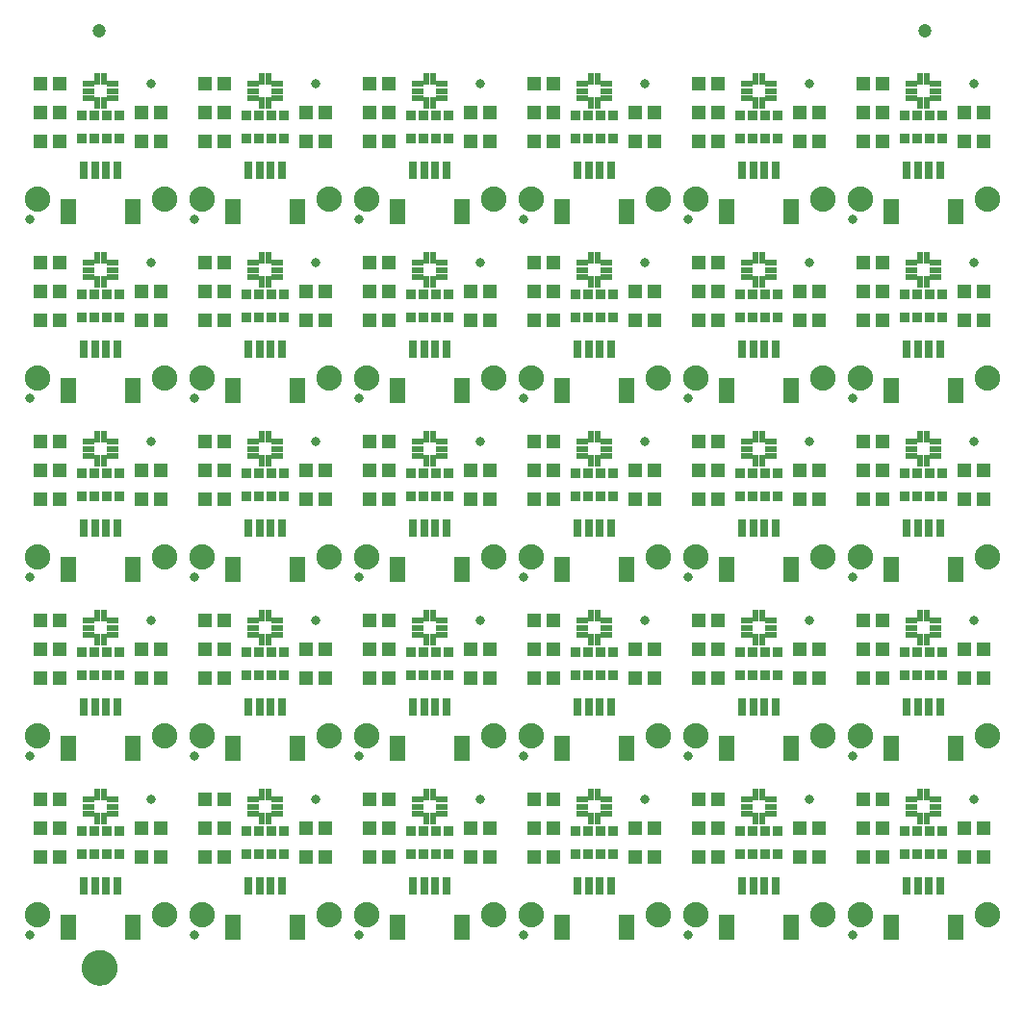
<source format=gts>
G75*
%MOIN*%
%OFA0B0*%
%FSLAX25Y25*%
%IPPOS*%
%LPD*%
%AMOC8*
5,1,8,0,0,1.08239X$1,22.5*
%
%ADD10R,0.05131X0.04737*%
%ADD11R,0.03654X0.03556*%
%ADD12C,0.08800*%
%ADD13R,0.05524X0.08674*%
%ADD14R,0.03162X0.06115*%
%ADD15C,0.03300*%
%ADD16R,0.02178X0.03950*%
%ADD17R,0.03950X0.02178*%
%ADD18C,0.04737*%
%ADD19C,0.05000*%
%ADD20C,0.06706*%
D10*
X0061615Y0078933D03*
X0068308Y0078933D03*
X0068308Y0088933D03*
X0061615Y0088933D03*
X0061615Y0098933D03*
X0068308Y0098933D03*
X0096615Y0088933D03*
X0103308Y0088933D03*
X0103308Y0078933D03*
X0096615Y0078933D03*
X0118615Y0078933D03*
X0125308Y0078933D03*
X0125308Y0088933D03*
X0118615Y0088933D03*
X0118615Y0098933D03*
X0125308Y0098933D03*
X0153615Y0088933D03*
X0160308Y0088933D03*
X0160308Y0078933D03*
X0153615Y0078933D03*
X0175615Y0078933D03*
X0182308Y0078933D03*
X0182308Y0088933D03*
X0175615Y0088933D03*
X0175615Y0098933D03*
X0182308Y0098933D03*
X0210615Y0088933D03*
X0217308Y0088933D03*
X0217308Y0078933D03*
X0210615Y0078933D03*
X0232615Y0078933D03*
X0239308Y0078933D03*
X0239308Y0088933D03*
X0232615Y0088933D03*
X0232615Y0098933D03*
X0239308Y0098933D03*
X0267615Y0088933D03*
X0274308Y0088933D03*
X0274308Y0078933D03*
X0267615Y0078933D03*
X0289615Y0078933D03*
X0296308Y0078933D03*
X0296308Y0088933D03*
X0289615Y0088933D03*
X0289615Y0098933D03*
X0296308Y0098933D03*
X0324615Y0088933D03*
X0331308Y0088933D03*
X0331308Y0078933D03*
X0324615Y0078933D03*
X0346615Y0078933D03*
X0353308Y0078933D03*
X0353308Y0088933D03*
X0346615Y0088933D03*
X0346615Y0098933D03*
X0353308Y0098933D03*
X0381615Y0088933D03*
X0388308Y0088933D03*
X0388308Y0078933D03*
X0381615Y0078933D03*
X0381615Y0140933D03*
X0388308Y0140933D03*
X0388308Y0150933D03*
X0381615Y0150933D03*
X0353308Y0150933D03*
X0346615Y0150933D03*
X0346615Y0140933D03*
X0353308Y0140933D03*
X0353308Y0160933D03*
X0346615Y0160933D03*
X0331308Y0150933D03*
X0324615Y0150933D03*
X0324615Y0140933D03*
X0331308Y0140933D03*
X0296308Y0140933D03*
X0289615Y0140933D03*
X0289615Y0150933D03*
X0296308Y0150933D03*
X0296308Y0160933D03*
X0289615Y0160933D03*
X0274308Y0150933D03*
X0267615Y0150933D03*
X0267615Y0140933D03*
X0274308Y0140933D03*
X0239308Y0140933D03*
X0232615Y0140933D03*
X0232615Y0150933D03*
X0239308Y0150933D03*
X0239308Y0160933D03*
X0232615Y0160933D03*
X0217308Y0150933D03*
X0210615Y0150933D03*
X0210615Y0140933D03*
X0217308Y0140933D03*
X0182308Y0140933D03*
X0175615Y0140933D03*
X0175615Y0150933D03*
X0182308Y0150933D03*
X0182308Y0160933D03*
X0175615Y0160933D03*
X0160308Y0150933D03*
X0153615Y0150933D03*
X0153615Y0140933D03*
X0160308Y0140933D03*
X0125308Y0140933D03*
X0118615Y0140933D03*
X0118615Y0150933D03*
X0125308Y0150933D03*
X0125308Y0160933D03*
X0118615Y0160933D03*
X0103308Y0150933D03*
X0096615Y0150933D03*
X0096615Y0140933D03*
X0103308Y0140933D03*
X0068308Y0140933D03*
X0061615Y0140933D03*
X0061615Y0150933D03*
X0068308Y0150933D03*
X0068308Y0160933D03*
X0061615Y0160933D03*
X0061615Y0202933D03*
X0068308Y0202933D03*
X0068308Y0212933D03*
X0061615Y0212933D03*
X0061615Y0222933D03*
X0068308Y0222933D03*
X0096615Y0212933D03*
X0103308Y0212933D03*
X0103308Y0202933D03*
X0096615Y0202933D03*
X0118615Y0202933D03*
X0125308Y0202933D03*
X0125308Y0212933D03*
X0118615Y0212933D03*
X0118615Y0222933D03*
X0125308Y0222933D03*
X0153615Y0212933D03*
X0160308Y0212933D03*
X0160308Y0202933D03*
X0153615Y0202933D03*
X0175615Y0202933D03*
X0182308Y0202933D03*
X0182308Y0212933D03*
X0175615Y0212933D03*
X0175615Y0222933D03*
X0182308Y0222933D03*
X0210615Y0212933D03*
X0217308Y0212933D03*
X0217308Y0202933D03*
X0210615Y0202933D03*
X0232615Y0202933D03*
X0239308Y0202933D03*
X0239308Y0212933D03*
X0232615Y0212933D03*
X0232615Y0222933D03*
X0239308Y0222933D03*
X0267615Y0212933D03*
X0274308Y0212933D03*
X0274308Y0202933D03*
X0267615Y0202933D03*
X0289615Y0202933D03*
X0296308Y0202933D03*
X0296308Y0212933D03*
X0289615Y0212933D03*
X0289615Y0222933D03*
X0296308Y0222933D03*
X0324615Y0212933D03*
X0331308Y0212933D03*
X0331308Y0202933D03*
X0324615Y0202933D03*
X0346615Y0202933D03*
X0353308Y0202933D03*
X0353308Y0212933D03*
X0346615Y0212933D03*
X0346615Y0222933D03*
X0353308Y0222933D03*
X0381615Y0212933D03*
X0388308Y0212933D03*
X0388308Y0202933D03*
X0381615Y0202933D03*
X0381615Y0264933D03*
X0388308Y0264933D03*
X0388308Y0274933D03*
X0381615Y0274933D03*
X0353308Y0274933D03*
X0346615Y0274933D03*
X0346615Y0264933D03*
X0353308Y0264933D03*
X0353308Y0284933D03*
X0346615Y0284933D03*
X0331308Y0274933D03*
X0324615Y0274933D03*
X0324615Y0264933D03*
X0331308Y0264933D03*
X0296308Y0264933D03*
X0289615Y0264933D03*
X0289615Y0274933D03*
X0296308Y0274933D03*
X0296308Y0284933D03*
X0289615Y0284933D03*
X0274308Y0274933D03*
X0267615Y0274933D03*
X0267615Y0264933D03*
X0274308Y0264933D03*
X0239308Y0264933D03*
X0232615Y0264933D03*
X0232615Y0274933D03*
X0239308Y0274933D03*
X0239308Y0284933D03*
X0232615Y0284933D03*
X0217308Y0274933D03*
X0210615Y0274933D03*
X0210615Y0264933D03*
X0217308Y0264933D03*
X0182308Y0264933D03*
X0175615Y0264933D03*
X0175615Y0274933D03*
X0182308Y0274933D03*
X0182308Y0284933D03*
X0175615Y0284933D03*
X0160308Y0274933D03*
X0153615Y0274933D03*
X0153615Y0264933D03*
X0160308Y0264933D03*
X0125308Y0264933D03*
X0118615Y0264933D03*
X0118615Y0274933D03*
X0125308Y0274933D03*
X0125308Y0284933D03*
X0118615Y0284933D03*
X0103308Y0274933D03*
X0096615Y0274933D03*
X0096615Y0264933D03*
X0103308Y0264933D03*
X0068308Y0264933D03*
X0061615Y0264933D03*
X0061615Y0274933D03*
X0068308Y0274933D03*
X0068308Y0284933D03*
X0061615Y0284933D03*
X0061615Y0326933D03*
X0068308Y0326933D03*
X0068308Y0336933D03*
X0061615Y0336933D03*
X0061615Y0346933D03*
X0068308Y0346933D03*
X0096615Y0336933D03*
X0103308Y0336933D03*
X0103308Y0326933D03*
X0096615Y0326933D03*
X0118615Y0326933D03*
X0125308Y0326933D03*
X0125308Y0336933D03*
X0118615Y0336933D03*
X0118615Y0346933D03*
X0125308Y0346933D03*
X0153615Y0336933D03*
X0160308Y0336933D03*
X0160308Y0326933D03*
X0153615Y0326933D03*
X0175615Y0326933D03*
X0182308Y0326933D03*
X0182308Y0336933D03*
X0175615Y0336933D03*
X0175615Y0346933D03*
X0182308Y0346933D03*
X0210615Y0336933D03*
X0217308Y0336933D03*
X0217308Y0326933D03*
X0210615Y0326933D03*
X0232615Y0326933D03*
X0239308Y0326933D03*
X0239308Y0336933D03*
X0232615Y0336933D03*
X0232615Y0346933D03*
X0239308Y0346933D03*
X0267615Y0336933D03*
X0274308Y0336933D03*
X0274308Y0326933D03*
X0267615Y0326933D03*
X0289615Y0326933D03*
X0296308Y0326933D03*
X0296308Y0336933D03*
X0289615Y0336933D03*
X0289615Y0346933D03*
X0296308Y0346933D03*
X0324615Y0336933D03*
X0331308Y0336933D03*
X0331308Y0326933D03*
X0324615Y0326933D03*
X0346615Y0326933D03*
X0353308Y0326933D03*
X0353308Y0336933D03*
X0346615Y0336933D03*
X0346615Y0346933D03*
X0353308Y0346933D03*
X0381615Y0336933D03*
X0388308Y0336933D03*
X0388308Y0326933D03*
X0381615Y0326933D03*
D11*
X0373810Y0327996D03*
X0369578Y0327996D03*
X0365346Y0327996D03*
X0361113Y0327996D03*
X0361113Y0335870D03*
X0365346Y0335870D03*
X0369578Y0335870D03*
X0373810Y0335870D03*
X0316810Y0335870D03*
X0312578Y0335870D03*
X0308346Y0335870D03*
X0304113Y0335870D03*
X0304113Y0327996D03*
X0308346Y0327996D03*
X0312578Y0327996D03*
X0316810Y0327996D03*
X0259810Y0327996D03*
X0255578Y0327996D03*
X0251346Y0327996D03*
X0247113Y0327996D03*
X0247113Y0335870D03*
X0251346Y0335870D03*
X0255578Y0335870D03*
X0259810Y0335870D03*
X0202810Y0335870D03*
X0198578Y0335870D03*
X0194346Y0335870D03*
X0190113Y0335870D03*
X0190113Y0327996D03*
X0194346Y0327996D03*
X0198578Y0327996D03*
X0202810Y0327996D03*
X0145810Y0327996D03*
X0141578Y0327996D03*
X0137346Y0327996D03*
X0133113Y0327996D03*
X0133113Y0335870D03*
X0137346Y0335870D03*
X0141578Y0335870D03*
X0145810Y0335870D03*
X0088810Y0335870D03*
X0084578Y0335870D03*
X0080346Y0335870D03*
X0076113Y0335870D03*
X0076113Y0327996D03*
X0080346Y0327996D03*
X0084578Y0327996D03*
X0088810Y0327996D03*
X0088810Y0273870D03*
X0084578Y0273870D03*
X0080346Y0273870D03*
X0076113Y0273870D03*
X0076113Y0265996D03*
X0080346Y0265996D03*
X0084578Y0265996D03*
X0088810Y0265996D03*
X0133113Y0265996D03*
X0137346Y0265996D03*
X0141578Y0265996D03*
X0145810Y0265996D03*
X0145810Y0273870D03*
X0141578Y0273870D03*
X0137346Y0273870D03*
X0133113Y0273870D03*
X0190113Y0273870D03*
X0194346Y0273870D03*
X0198578Y0273870D03*
X0202810Y0273870D03*
X0202810Y0265996D03*
X0198578Y0265996D03*
X0194346Y0265996D03*
X0190113Y0265996D03*
X0247113Y0265996D03*
X0251346Y0265996D03*
X0255578Y0265996D03*
X0259810Y0265996D03*
X0259810Y0273870D03*
X0255578Y0273870D03*
X0251346Y0273870D03*
X0247113Y0273870D03*
X0304113Y0273870D03*
X0308346Y0273870D03*
X0312578Y0273870D03*
X0316810Y0273870D03*
X0316810Y0265996D03*
X0312578Y0265996D03*
X0308346Y0265996D03*
X0304113Y0265996D03*
X0361113Y0265996D03*
X0365346Y0265996D03*
X0369578Y0265996D03*
X0373810Y0265996D03*
X0373810Y0273870D03*
X0369578Y0273870D03*
X0365346Y0273870D03*
X0361113Y0273870D03*
X0361113Y0211870D03*
X0365346Y0211870D03*
X0369578Y0211870D03*
X0373810Y0211870D03*
X0373810Y0203996D03*
X0369578Y0203996D03*
X0365346Y0203996D03*
X0361113Y0203996D03*
X0316810Y0203996D03*
X0312578Y0203996D03*
X0308346Y0203996D03*
X0304113Y0203996D03*
X0304113Y0211870D03*
X0308346Y0211870D03*
X0312578Y0211870D03*
X0316810Y0211870D03*
X0259810Y0211870D03*
X0255578Y0211870D03*
X0251346Y0211870D03*
X0247113Y0211870D03*
X0247113Y0203996D03*
X0251346Y0203996D03*
X0255578Y0203996D03*
X0259810Y0203996D03*
X0259810Y0149870D03*
X0255578Y0149870D03*
X0251346Y0149870D03*
X0247113Y0149870D03*
X0247113Y0141996D03*
X0251346Y0141996D03*
X0255578Y0141996D03*
X0259810Y0141996D03*
X0304113Y0141996D03*
X0308346Y0141996D03*
X0312578Y0141996D03*
X0316810Y0141996D03*
X0316810Y0149870D03*
X0312578Y0149870D03*
X0308346Y0149870D03*
X0304113Y0149870D03*
X0361113Y0149870D03*
X0365346Y0149870D03*
X0369578Y0149870D03*
X0373810Y0149870D03*
X0373810Y0141996D03*
X0369578Y0141996D03*
X0365346Y0141996D03*
X0361113Y0141996D03*
X0361113Y0087870D03*
X0365346Y0087870D03*
X0369578Y0087870D03*
X0373810Y0087870D03*
X0373810Y0079996D03*
X0369578Y0079996D03*
X0365346Y0079996D03*
X0361113Y0079996D03*
X0316810Y0079996D03*
X0312578Y0079996D03*
X0308346Y0079996D03*
X0304113Y0079996D03*
X0304113Y0087870D03*
X0308346Y0087870D03*
X0312578Y0087870D03*
X0316810Y0087870D03*
X0259810Y0087870D03*
X0255578Y0087870D03*
X0251346Y0087870D03*
X0247113Y0087870D03*
X0247113Y0079996D03*
X0251346Y0079996D03*
X0255578Y0079996D03*
X0259810Y0079996D03*
X0202810Y0079996D03*
X0198578Y0079996D03*
X0194346Y0079996D03*
X0190113Y0079996D03*
X0190113Y0087870D03*
X0194346Y0087870D03*
X0198578Y0087870D03*
X0202810Y0087870D03*
X0145810Y0087870D03*
X0141578Y0087870D03*
X0137346Y0087870D03*
X0133113Y0087870D03*
X0133113Y0079996D03*
X0137346Y0079996D03*
X0141578Y0079996D03*
X0145810Y0079996D03*
X0088810Y0079996D03*
X0084578Y0079996D03*
X0080346Y0079996D03*
X0076113Y0079996D03*
X0076113Y0087870D03*
X0080346Y0087870D03*
X0084578Y0087870D03*
X0088810Y0087870D03*
X0088810Y0141996D03*
X0084578Y0141996D03*
X0080346Y0141996D03*
X0076113Y0141996D03*
X0076113Y0149870D03*
X0080346Y0149870D03*
X0084578Y0149870D03*
X0088810Y0149870D03*
X0133113Y0149870D03*
X0137346Y0149870D03*
X0141578Y0149870D03*
X0145810Y0149870D03*
X0145810Y0141996D03*
X0141578Y0141996D03*
X0137346Y0141996D03*
X0133113Y0141996D03*
X0190113Y0141996D03*
X0194346Y0141996D03*
X0198578Y0141996D03*
X0202810Y0141996D03*
X0202810Y0149870D03*
X0198578Y0149870D03*
X0194346Y0149870D03*
X0190113Y0149870D03*
X0190113Y0203996D03*
X0194346Y0203996D03*
X0198578Y0203996D03*
X0202810Y0203996D03*
X0202810Y0211870D03*
X0198578Y0211870D03*
X0194346Y0211870D03*
X0190113Y0211870D03*
X0145810Y0211870D03*
X0141578Y0211870D03*
X0137346Y0211870D03*
X0133113Y0211870D03*
X0133113Y0203996D03*
X0137346Y0203996D03*
X0141578Y0203996D03*
X0145810Y0203996D03*
X0088810Y0203996D03*
X0084578Y0203996D03*
X0080346Y0203996D03*
X0076113Y0203996D03*
X0076113Y0211870D03*
X0080346Y0211870D03*
X0084578Y0211870D03*
X0088810Y0211870D03*
D12*
X0104462Y0182933D03*
X0117462Y0182933D03*
X0161462Y0182933D03*
X0174462Y0182933D03*
X0218462Y0182933D03*
X0231462Y0182933D03*
X0275462Y0182933D03*
X0288462Y0182933D03*
X0332462Y0182933D03*
X0345462Y0182933D03*
X0389462Y0182933D03*
X0389462Y0120933D03*
X0345462Y0120933D03*
X0332462Y0120933D03*
X0288462Y0120933D03*
X0275462Y0120933D03*
X0231462Y0120933D03*
X0218462Y0120933D03*
X0174462Y0120933D03*
X0161462Y0120933D03*
X0117462Y0120933D03*
X0104462Y0120933D03*
X0060462Y0120933D03*
X0060462Y0182933D03*
X0060462Y0244933D03*
X0104462Y0244933D03*
X0117462Y0244933D03*
X0161462Y0244933D03*
X0174462Y0244933D03*
X0218462Y0244933D03*
X0231462Y0244933D03*
X0275462Y0244933D03*
X0288462Y0244933D03*
X0332462Y0244933D03*
X0345462Y0244933D03*
X0389462Y0244933D03*
X0389462Y0306933D03*
X0345462Y0306933D03*
X0332462Y0306933D03*
X0288462Y0306933D03*
X0275462Y0306933D03*
X0231462Y0306933D03*
X0218462Y0306933D03*
X0174462Y0306933D03*
X0161462Y0306933D03*
X0117462Y0306933D03*
X0104462Y0306933D03*
X0060462Y0306933D03*
X0060462Y0058933D03*
X0104462Y0058933D03*
X0117462Y0058933D03*
X0161462Y0058933D03*
X0174462Y0058933D03*
X0218462Y0058933D03*
X0231462Y0058933D03*
X0275462Y0058933D03*
X0288462Y0058933D03*
X0332462Y0058933D03*
X0345462Y0058933D03*
X0389462Y0058933D03*
D13*
X0378485Y0054465D03*
X0356438Y0054465D03*
X0321485Y0054465D03*
X0299438Y0054465D03*
X0264485Y0054465D03*
X0242438Y0054465D03*
X0207485Y0054465D03*
X0185438Y0054465D03*
X0150485Y0054465D03*
X0128438Y0054465D03*
X0093485Y0054465D03*
X0071438Y0054465D03*
X0071438Y0116465D03*
X0093485Y0116465D03*
X0128438Y0116465D03*
X0150485Y0116465D03*
X0185438Y0116465D03*
X0207485Y0116465D03*
X0242438Y0116465D03*
X0264485Y0116465D03*
X0299438Y0116465D03*
X0321485Y0116465D03*
X0356438Y0116465D03*
X0378485Y0116465D03*
X0378485Y0178465D03*
X0356438Y0178465D03*
X0321485Y0178465D03*
X0299438Y0178465D03*
X0264485Y0178465D03*
X0242438Y0178465D03*
X0207485Y0178465D03*
X0185438Y0178465D03*
X0150485Y0178465D03*
X0128438Y0178465D03*
X0093485Y0178465D03*
X0071438Y0178465D03*
X0071438Y0240465D03*
X0093485Y0240465D03*
X0128438Y0240465D03*
X0150485Y0240465D03*
X0185438Y0240465D03*
X0207485Y0240465D03*
X0242438Y0240465D03*
X0264485Y0240465D03*
X0299438Y0240465D03*
X0321485Y0240465D03*
X0356438Y0240465D03*
X0378485Y0240465D03*
X0378485Y0302465D03*
X0356438Y0302465D03*
X0321485Y0302465D03*
X0299438Y0302465D03*
X0264485Y0302465D03*
X0242438Y0302465D03*
X0207485Y0302465D03*
X0185438Y0302465D03*
X0150485Y0302465D03*
X0128438Y0302465D03*
X0093485Y0302465D03*
X0071438Y0302465D03*
D14*
X0076556Y0316933D03*
X0080493Y0316933D03*
X0084430Y0316933D03*
X0088367Y0316933D03*
X0133556Y0316933D03*
X0137493Y0316933D03*
X0141430Y0316933D03*
X0145367Y0316933D03*
X0190556Y0316933D03*
X0194493Y0316933D03*
X0198430Y0316933D03*
X0202367Y0316933D03*
X0247556Y0316933D03*
X0251493Y0316933D03*
X0255430Y0316933D03*
X0259367Y0316933D03*
X0304556Y0316933D03*
X0308493Y0316933D03*
X0312430Y0316933D03*
X0316367Y0316933D03*
X0361556Y0316933D03*
X0365493Y0316933D03*
X0369430Y0316933D03*
X0373367Y0316933D03*
X0373367Y0254933D03*
X0369430Y0254933D03*
X0365493Y0254933D03*
X0361556Y0254933D03*
X0316367Y0254933D03*
X0312430Y0254933D03*
X0308493Y0254933D03*
X0304556Y0254933D03*
X0259367Y0254933D03*
X0255430Y0254933D03*
X0251493Y0254933D03*
X0247556Y0254933D03*
X0202367Y0254933D03*
X0198430Y0254933D03*
X0194493Y0254933D03*
X0190556Y0254933D03*
X0145367Y0254933D03*
X0141430Y0254933D03*
X0137493Y0254933D03*
X0133556Y0254933D03*
X0088367Y0254933D03*
X0084430Y0254933D03*
X0080493Y0254933D03*
X0076556Y0254933D03*
X0076556Y0192933D03*
X0080493Y0192933D03*
X0084430Y0192933D03*
X0088367Y0192933D03*
X0133556Y0192933D03*
X0137493Y0192933D03*
X0141430Y0192933D03*
X0145367Y0192933D03*
X0190556Y0192933D03*
X0194493Y0192933D03*
X0198430Y0192933D03*
X0202367Y0192933D03*
X0247556Y0192933D03*
X0251493Y0192933D03*
X0255430Y0192933D03*
X0259367Y0192933D03*
X0304556Y0192933D03*
X0308493Y0192933D03*
X0312430Y0192933D03*
X0316367Y0192933D03*
X0361556Y0192933D03*
X0365493Y0192933D03*
X0369430Y0192933D03*
X0373367Y0192933D03*
X0373367Y0130933D03*
X0369430Y0130933D03*
X0365493Y0130933D03*
X0361556Y0130933D03*
X0316367Y0130933D03*
X0312430Y0130933D03*
X0308493Y0130933D03*
X0304556Y0130933D03*
X0259367Y0130933D03*
X0255430Y0130933D03*
X0251493Y0130933D03*
X0247556Y0130933D03*
X0202367Y0130933D03*
X0198430Y0130933D03*
X0194493Y0130933D03*
X0190556Y0130933D03*
X0145367Y0130933D03*
X0141430Y0130933D03*
X0137493Y0130933D03*
X0133556Y0130933D03*
X0088367Y0130933D03*
X0084430Y0130933D03*
X0080493Y0130933D03*
X0076556Y0130933D03*
X0076556Y0068933D03*
X0080493Y0068933D03*
X0084430Y0068933D03*
X0088367Y0068933D03*
X0133556Y0068933D03*
X0137493Y0068933D03*
X0141430Y0068933D03*
X0145367Y0068933D03*
X0190556Y0068933D03*
X0194493Y0068933D03*
X0198430Y0068933D03*
X0202367Y0068933D03*
X0247556Y0068933D03*
X0251493Y0068933D03*
X0255430Y0068933D03*
X0259367Y0068933D03*
X0304556Y0068933D03*
X0308493Y0068933D03*
X0312430Y0068933D03*
X0316367Y0068933D03*
X0361556Y0068933D03*
X0365493Y0068933D03*
X0369430Y0068933D03*
X0373367Y0068933D03*
D15*
X0057962Y0051933D03*
X0099962Y0098933D03*
X0114962Y0113933D03*
X0156962Y0098933D03*
X0171962Y0113933D03*
X0213962Y0098933D03*
X0228962Y0113933D03*
X0270962Y0098933D03*
X0285962Y0113933D03*
X0327962Y0098933D03*
X0342962Y0113933D03*
X0384962Y0098933D03*
X0342962Y0051933D03*
X0285962Y0051933D03*
X0228962Y0051933D03*
X0171962Y0051933D03*
X0114962Y0051933D03*
X0057962Y0113933D03*
X0099962Y0160933D03*
X0114962Y0175933D03*
X0156962Y0160933D03*
X0171962Y0175933D03*
X0213962Y0160933D03*
X0228962Y0175933D03*
X0270962Y0160933D03*
X0285962Y0175933D03*
X0327962Y0160933D03*
X0342962Y0175933D03*
X0384962Y0160933D03*
X0384962Y0222933D03*
X0342962Y0237933D03*
X0327962Y0222933D03*
X0285962Y0237933D03*
X0270962Y0222933D03*
X0228962Y0237933D03*
X0213962Y0222933D03*
X0171962Y0237933D03*
X0156962Y0222933D03*
X0114962Y0237933D03*
X0099962Y0222933D03*
X0057962Y0237933D03*
X0099962Y0284933D03*
X0114962Y0299933D03*
X0156962Y0284933D03*
X0171962Y0299933D03*
X0213962Y0284933D03*
X0228962Y0299933D03*
X0270962Y0284933D03*
X0285962Y0299933D03*
X0327962Y0284933D03*
X0342962Y0299933D03*
X0384962Y0284933D03*
X0384962Y0346933D03*
X0327962Y0346933D03*
X0270962Y0346933D03*
X0213962Y0346933D03*
X0156962Y0346933D03*
X0099962Y0346933D03*
X0057962Y0299933D03*
X0057962Y0175933D03*
D16*
X0081281Y0162567D03*
X0083643Y0162567D03*
X0083643Y0154299D03*
X0081281Y0154299D03*
X0138281Y0154299D03*
X0140643Y0154299D03*
X0140643Y0162567D03*
X0138281Y0162567D03*
X0138281Y0216299D03*
X0140643Y0216299D03*
X0140643Y0224567D03*
X0138281Y0224567D03*
X0083643Y0224567D03*
X0081281Y0224567D03*
X0081281Y0216299D03*
X0083643Y0216299D03*
X0083643Y0278299D03*
X0081281Y0278299D03*
X0081281Y0286567D03*
X0083643Y0286567D03*
X0138281Y0286567D03*
X0140643Y0286567D03*
X0140643Y0278299D03*
X0138281Y0278299D03*
X0195281Y0278299D03*
X0197643Y0278299D03*
X0197643Y0286567D03*
X0195281Y0286567D03*
X0252281Y0286567D03*
X0254643Y0286567D03*
X0254643Y0278299D03*
X0252281Y0278299D03*
X0309281Y0278299D03*
X0311643Y0278299D03*
X0311643Y0286567D03*
X0309281Y0286567D03*
X0366281Y0286567D03*
X0368643Y0286567D03*
X0368643Y0278299D03*
X0366281Y0278299D03*
X0366281Y0224567D03*
X0368643Y0224567D03*
X0368643Y0216299D03*
X0366281Y0216299D03*
X0311643Y0216299D03*
X0309281Y0216299D03*
X0309281Y0224567D03*
X0311643Y0224567D03*
X0254643Y0224567D03*
X0252281Y0224567D03*
X0252281Y0216299D03*
X0254643Y0216299D03*
X0254643Y0162567D03*
X0252281Y0162567D03*
X0252281Y0154299D03*
X0254643Y0154299D03*
X0309281Y0154299D03*
X0311643Y0154299D03*
X0311643Y0162567D03*
X0309281Y0162567D03*
X0366281Y0162567D03*
X0368643Y0162567D03*
X0368643Y0154299D03*
X0366281Y0154299D03*
X0366281Y0100567D03*
X0368643Y0100567D03*
X0368643Y0092299D03*
X0366281Y0092299D03*
X0311643Y0092299D03*
X0309281Y0092299D03*
X0309281Y0100567D03*
X0311643Y0100567D03*
X0254643Y0100567D03*
X0252281Y0100567D03*
X0252281Y0092299D03*
X0254643Y0092299D03*
X0197643Y0092299D03*
X0195281Y0092299D03*
X0195281Y0100567D03*
X0197643Y0100567D03*
X0140643Y0100567D03*
X0138281Y0100567D03*
X0138281Y0092299D03*
X0140643Y0092299D03*
X0083643Y0092299D03*
X0081281Y0092299D03*
X0081281Y0100567D03*
X0083643Y0100567D03*
X0195281Y0154299D03*
X0197643Y0154299D03*
X0197643Y0162567D03*
X0195281Y0162567D03*
X0195281Y0216299D03*
X0197643Y0216299D03*
X0197643Y0224567D03*
X0195281Y0224567D03*
X0195281Y0340299D03*
X0197643Y0340299D03*
X0197643Y0348567D03*
X0195281Y0348567D03*
X0140643Y0348567D03*
X0138281Y0348567D03*
X0138281Y0340299D03*
X0140643Y0340299D03*
X0083643Y0340299D03*
X0081281Y0340299D03*
X0081281Y0348567D03*
X0083643Y0348567D03*
X0252281Y0348567D03*
X0254643Y0348567D03*
X0254643Y0340299D03*
X0252281Y0340299D03*
X0309281Y0340299D03*
X0311643Y0340299D03*
X0311643Y0348567D03*
X0309281Y0348567D03*
X0366281Y0348567D03*
X0368643Y0348567D03*
X0368643Y0340299D03*
X0366281Y0340299D03*
D17*
X0363328Y0342071D03*
X0363328Y0344433D03*
X0363328Y0346795D03*
X0371596Y0346795D03*
X0371596Y0344433D03*
X0371596Y0342071D03*
X0314596Y0342071D03*
X0314596Y0344433D03*
X0314596Y0346795D03*
X0306328Y0346795D03*
X0306328Y0344433D03*
X0306328Y0342071D03*
X0257596Y0342071D03*
X0257596Y0344433D03*
X0257596Y0346795D03*
X0249328Y0346795D03*
X0249328Y0344433D03*
X0249328Y0342071D03*
X0200596Y0342071D03*
X0200596Y0344433D03*
X0200596Y0346795D03*
X0192328Y0346795D03*
X0192328Y0344433D03*
X0192328Y0342071D03*
X0143596Y0342071D03*
X0143596Y0344433D03*
X0143596Y0346795D03*
X0135328Y0346795D03*
X0135328Y0344433D03*
X0135328Y0342071D03*
X0086596Y0342071D03*
X0086596Y0344433D03*
X0086596Y0346795D03*
X0078328Y0346795D03*
X0078328Y0344433D03*
X0078328Y0342071D03*
X0078328Y0284795D03*
X0078328Y0282433D03*
X0078328Y0280071D03*
X0086596Y0280071D03*
X0086596Y0282433D03*
X0086596Y0284795D03*
X0135328Y0284795D03*
X0135328Y0282433D03*
X0135328Y0280071D03*
X0143596Y0280071D03*
X0143596Y0282433D03*
X0143596Y0284795D03*
X0192328Y0284795D03*
X0192328Y0282433D03*
X0192328Y0280071D03*
X0200596Y0280071D03*
X0200596Y0282433D03*
X0200596Y0284795D03*
X0249328Y0284795D03*
X0249328Y0282433D03*
X0249328Y0280071D03*
X0257596Y0280071D03*
X0257596Y0282433D03*
X0257596Y0284795D03*
X0306328Y0284795D03*
X0306328Y0282433D03*
X0306328Y0280071D03*
X0314596Y0280071D03*
X0314596Y0282433D03*
X0314596Y0284795D03*
X0363328Y0284795D03*
X0363328Y0282433D03*
X0363328Y0280071D03*
X0371596Y0280071D03*
X0371596Y0282433D03*
X0371596Y0284795D03*
X0371596Y0222795D03*
X0371596Y0220433D03*
X0371596Y0218071D03*
X0363328Y0218071D03*
X0363328Y0220433D03*
X0363328Y0222795D03*
X0314596Y0222795D03*
X0314596Y0220433D03*
X0314596Y0218071D03*
X0306328Y0218071D03*
X0306328Y0220433D03*
X0306328Y0222795D03*
X0257596Y0222795D03*
X0257596Y0220433D03*
X0257596Y0218071D03*
X0249328Y0218071D03*
X0249328Y0220433D03*
X0249328Y0222795D03*
X0200596Y0222795D03*
X0200596Y0220433D03*
X0200596Y0218071D03*
X0192328Y0218071D03*
X0192328Y0220433D03*
X0192328Y0222795D03*
X0143596Y0222795D03*
X0143596Y0220433D03*
X0143596Y0218071D03*
X0135328Y0218071D03*
X0135328Y0220433D03*
X0135328Y0222795D03*
X0086596Y0222795D03*
X0086596Y0220433D03*
X0086596Y0218071D03*
X0078328Y0218071D03*
X0078328Y0220433D03*
X0078328Y0222795D03*
X0078328Y0160795D03*
X0078328Y0158433D03*
X0078328Y0156071D03*
X0086596Y0156071D03*
X0086596Y0158433D03*
X0086596Y0160795D03*
X0135328Y0160795D03*
X0135328Y0158433D03*
X0135328Y0156071D03*
X0143596Y0156071D03*
X0143596Y0158433D03*
X0143596Y0160795D03*
X0192328Y0160795D03*
X0192328Y0158433D03*
X0192328Y0156071D03*
X0200596Y0156071D03*
X0200596Y0158433D03*
X0200596Y0160795D03*
X0249328Y0160795D03*
X0249328Y0158433D03*
X0249328Y0156071D03*
X0257596Y0156071D03*
X0257596Y0158433D03*
X0257596Y0160795D03*
X0306328Y0160795D03*
X0306328Y0158433D03*
X0306328Y0156071D03*
X0314596Y0156071D03*
X0314596Y0158433D03*
X0314596Y0160795D03*
X0363328Y0160795D03*
X0363328Y0158433D03*
X0363328Y0156071D03*
X0371596Y0156071D03*
X0371596Y0158433D03*
X0371596Y0160795D03*
X0371596Y0098795D03*
X0371596Y0096433D03*
X0371596Y0094071D03*
X0363328Y0094071D03*
X0363328Y0096433D03*
X0363328Y0098795D03*
X0314596Y0098795D03*
X0314596Y0096433D03*
X0314596Y0094071D03*
X0306328Y0094071D03*
X0306328Y0096433D03*
X0306328Y0098795D03*
X0257596Y0098795D03*
X0257596Y0096433D03*
X0257596Y0094071D03*
X0249328Y0094071D03*
X0249328Y0096433D03*
X0249328Y0098795D03*
X0200596Y0098795D03*
X0200596Y0096433D03*
X0200596Y0094071D03*
X0192328Y0094071D03*
X0192328Y0096433D03*
X0192328Y0098795D03*
X0143596Y0098795D03*
X0143596Y0096433D03*
X0143596Y0094071D03*
X0135328Y0094071D03*
X0135328Y0096433D03*
X0135328Y0098795D03*
X0086596Y0098795D03*
X0086596Y0096433D03*
X0086596Y0094071D03*
X0078328Y0094071D03*
X0078328Y0096433D03*
X0078328Y0098795D03*
D18*
X0081962Y0365183D03*
X0367962Y0365183D03*
D19*
X0078397Y0040683D02*
X0078399Y0040802D01*
X0078405Y0040921D01*
X0078415Y0041040D01*
X0078429Y0041158D01*
X0078447Y0041276D01*
X0078468Y0041393D01*
X0078494Y0041509D01*
X0078524Y0041625D01*
X0078557Y0041739D01*
X0078594Y0041852D01*
X0078635Y0041964D01*
X0078680Y0042075D01*
X0078728Y0042184D01*
X0078780Y0042291D01*
X0078836Y0042396D01*
X0078895Y0042500D01*
X0078957Y0042601D01*
X0079023Y0042701D01*
X0079092Y0042798D01*
X0079164Y0042892D01*
X0079240Y0042985D01*
X0079318Y0043074D01*
X0079399Y0043161D01*
X0079484Y0043246D01*
X0079571Y0043327D01*
X0079660Y0043405D01*
X0079753Y0043481D01*
X0079847Y0043553D01*
X0079944Y0043622D01*
X0080044Y0043688D01*
X0080145Y0043750D01*
X0080249Y0043809D01*
X0080354Y0043865D01*
X0080461Y0043917D01*
X0080570Y0043965D01*
X0080681Y0044010D01*
X0080793Y0044051D01*
X0080906Y0044088D01*
X0081020Y0044121D01*
X0081136Y0044151D01*
X0081252Y0044177D01*
X0081369Y0044198D01*
X0081487Y0044216D01*
X0081605Y0044230D01*
X0081724Y0044240D01*
X0081843Y0044246D01*
X0081962Y0044248D01*
X0082081Y0044246D01*
X0082200Y0044240D01*
X0082319Y0044230D01*
X0082437Y0044216D01*
X0082555Y0044198D01*
X0082672Y0044177D01*
X0082788Y0044151D01*
X0082904Y0044121D01*
X0083018Y0044088D01*
X0083131Y0044051D01*
X0083243Y0044010D01*
X0083354Y0043965D01*
X0083463Y0043917D01*
X0083570Y0043865D01*
X0083675Y0043809D01*
X0083779Y0043750D01*
X0083880Y0043688D01*
X0083980Y0043622D01*
X0084077Y0043553D01*
X0084171Y0043481D01*
X0084264Y0043405D01*
X0084353Y0043327D01*
X0084440Y0043246D01*
X0084525Y0043161D01*
X0084606Y0043074D01*
X0084684Y0042985D01*
X0084760Y0042892D01*
X0084832Y0042798D01*
X0084901Y0042701D01*
X0084967Y0042601D01*
X0085029Y0042500D01*
X0085088Y0042396D01*
X0085144Y0042291D01*
X0085196Y0042184D01*
X0085244Y0042075D01*
X0085289Y0041964D01*
X0085330Y0041852D01*
X0085367Y0041739D01*
X0085400Y0041625D01*
X0085430Y0041509D01*
X0085456Y0041393D01*
X0085477Y0041276D01*
X0085495Y0041158D01*
X0085509Y0041040D01*
X0085519Y0040921D01*
X0085525Y0040802D01*
X0085527Y0040683D01*
X0085525Y0040564D01*
X0085519Y0040445D01*
X0085509Y0040326D01*
X0085495Y0040208D01*
X0085477Y0040090D01*
X0085456Y0039973D01*
X0085430Y0039857D01*
X0085400Y0039741D01*
X0085367Y0039627D01*
X0085330Y0039514D01*
X0085289Y0039402D01*
X0085244Y0039291D01*
X0085196Y0039182D01*
X0085144Y0039075D01*
X0085088Y0038970D01*
X0085029Y0038866D01*
X0084967Y0038765D01*
X0084901Y0038665D01*
X0084832Y0038568D01*
X0084760Y0038474D01*
X0084684Y0038381D01*
X0084606Y0038292D01*
X0084525Y0038205D01*
X0084440Y0038120D01*
X0084353Y0038039D01*
X0084264Y0037961D01*
X0084171Y0037885D01*
X0084077Y0037813D01*
X0083980Y0037744D01*
X0083880Y0037678D01*
X0083779Y0037616D01*
X0083675Y0037557D01*
X0083570Y0037501D01*
X0083463Y0037449D01*
X0083354Y0037401D01*
X0083243Y0037356D01*
X0083131Y0037315D01*
X0083018Y0037278D01*
X0082904Y0037245D01*
X0082788Y0037215D01*
X0082672Y0037189D01*
X0082555Y0037168D01*
X0082437Y0037150D01*
X0082319Y0037136D01*
X0082200Y0037126D01*
X0082081Y0037120D01*
X0081962Y0037118D01*
X0081843Y0037120D01*
X0081724Y0037126D01*
X0081605Y0037136D01*
X0081487Y0037150D01*
X0081369Y0037168D01*
X0081252Y0037189D01*
X0081136Y0037215D01*
X0081020Y0037245D01*
X0080906Y0037278D01*
X0080793Y0037315D01*
X0080681Y0037356D01*
X0080570Y0037401D01*
X0080461Y0037449D01*
X0080354Y0037501D01*
X0080249Y0037557D01*
X0080145Y0037616D01*
X0080044Y0037678D01*
X0079944Y0037744D01*
X0079847Y0037813D01*
X0079753Y0037885D01*
X0079660Y0037961D01*
X0079571Y0038039D01*
X0079484Y0038120D01*
X0079399Y0038205D01*
X0079318Y0038292D01*
X0079240Y0038381D01*
X0079164Y0038474D01*
X0079092Y0038568D01*
X0079023Y0038665D01*
X0078957Y0038765D01*
X0078895Y0038866D01*
X0078836Y0038970D01*
X0078780Y0039075D01*
X0078728Y0039182D01*
X0078680Y0039291D01*
X0078635Y0039402D01*
X0078594Y0039514D01*
X0078557Y0039627D01*
X0078524Y0039741D01*
X0078494Y0039857D01*
X0078468Y0039973D01*
X0078447Y0040090D01*
X0078429Y0040208D01*
X0078415Y0040326D01*
X0078405Y0040445D01*
X0078399Y0040564D01*
X0078397Y0040683D01*
D20*
X0081962Y0040683D03*
M02*

</source>
